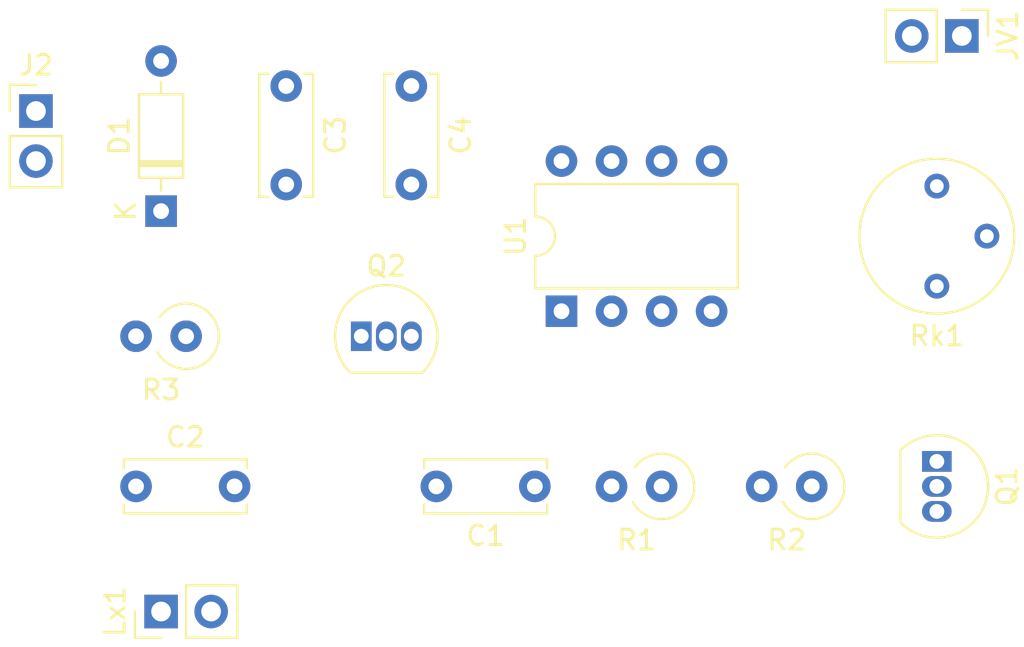
<source format=kicad_pcb>
(kicad_pcb (version 20171130) (host pcbnew 5.1.6-c6e7f7d~86~ubuntu16.04.1)

  (general
    (thickness 1.6)
    (drawings 0)
    (tracks 0)
    (zones 0)
    (modules 15)
    (nets 13)
  )

  (page A4)
  (layers
    (0 F.Cu signal)
    (31 B.Cu signal)
    (32 B.Adhes user)
    (33 F.Adhes user)
    (34 B.Paste user)
    (35 F.Paste user)
    (36 B.SilkS user)
    (37 F.SilkS user)
    (38 B.Mask user)
    (39 F.Mask user)
    (40 Dwgs.User user)
    (41 Cmts.User user)
    (42 Eco1.User user)
    (43 Eco2.User user)
    (44 Edge.Cuts user)
    (45 Margin user)
    (46 B.CrtYd user)
    (47 F.CrtYd user)
    (48 B.Fab user)
    (49 F.Fab user)
  )

  (setup
    (last_trace_width 0.25)
    (trace_clearance 0.2)
    (zone_clearance 0.508)
    (zone_45_only no)
    (trace_min 0.2)
    (via_size 0.8)
    (via_drill 0.4)
    (via_min_size 0.4)
    (via_min_drill 0.3)
    (uvia_size 0.3)
    (uvia_drill 0.1)
    (uvias_allowed no)
    (uvia_min_size 0.2)
    (uvia_min_drill 0.1)
    (edge_width 0.05)
    (segment_width 0.2)
    (pcb_text_width 0.3)
    (pcb_text_size 1.5 1.5)
    (mod_edge_width 0.12)
    (mod_text_size 1 1)
    (mod_text_width 0.15)
    (pad_size 1.524 1.524)
    (pad_drill 0.762)
    (pad_to_mask_clearance 0.05)
    (aux_axis_origin 0 0)
    (visible_elements FFFFFF7F)
    (pcbplotparams
      (layerselection 0x010fc_ffffffff)
      (usegerberextensions false)
      (usegerberattributes true)
      (usegerberadvancedattributes true)
      (creategerberjobfile true)
      (excludeedgelayer true)
      (linewidth 0.100000)
      (plotframeref false)
      (viasonmask false)
      (mode 1)
      (useauxorigin false)
      (hpglpennumber 1)
      (hpglpenspeed 20)
      (hpglpendiameter 15.000000)
      (psnegative false)
      (psa4output false)
      (plotreference true)
      (plotvalue true)
      (plotinvisibletext false)
      (padsonsilk false)
      (subtractmaskfromsilk false)
      (outputformat 1)
      (mirror false)
      (drillshape 1)
      (scaleselection 1)
      (outputdirectory ""))
  )

  (net 0 "")
  (net 1 GND)
  (net 2 "Net-(C1-Pad1)")
  (net 3 "Net-(C2-Pad1)")
  (net 4 "Net-(C3-Pad2)")
  (net 5 "Net-(C3-Pad1)")
  (net 6 "Net-(C4-Pad1)")
  (net 7 "Net-(Q1-Pad1)")
  (net 8 "Net-(Q1-Pad2)")
  (net 9 "Net-(Q2-Pad2)")
  (net 10 "Net-(R1-Pad1)")
  (net 11 "Net-(U1-Pad7)")
  (net 12 "Net-(U1-Pad4)")

  (net_class Default "This is the default net class."
    (clearance 0.2)
    (trace_width 0.25)
    (via_dia 0.8)
    (via_drill 0.4)
    (uvia_dia 0.3)
    (uvia_drill 0.1)
    (add_net GND)
    (add_net "Net-(C1-Pad1)")
    (add_net "Net-(C2-Pad1)")
    (add_net "Net-(C3-Pad1)")
    (add_net "Net-(C3-Pad2)")
    (add_net "Net-(C4-Pad1)")
    (add_net "Net-(Q1-Pad1)")
    (add_net "Net-(Q1-Pad2)")
    (add_net "Net-(Q2-Pad2)")
    (add_net "Net-(R1-Pad1)")
    (add_net "Net-(U1-Pad4)")
    (add_net "Net-(U1-Pad7)")
  )

  (module Capacitor_THT:C_Disc_D6.0mm_W2.5mm_P5.00mm (layer F.Cu) (tedit 5AE50EF0) (tstamp 5ED271F0)
    (at 200.58 82.55 180)
    (descr "C, Disc series, Radial, pin pitch=5.00mm, , diameter*width=6*2.5mm^2, Capacitor, http://cdn-reichelt.de/documents/datenblatt/B300/DS_KERKO_TC.pdf")
    (tags "C Disc series Radial pin pitch 5.00mm  diameter 6mm width 2.5mm Capacitor")
    (path /5ED2F843)
    (fp_text reference C1 (at 2.5 -2.5) (layer F.SilkS)
      (effects (font (size 1 1) (thickness 0.15)))
    )
    (fp_text value 100n (at 2.5 2.5) (layer F.Fab)
      (effects (font (size 1 1) (thickness 0.15)))
    )
    (fp_text user %R (at 2.5 0) (layer F.Fab)
      (effects (font (size 1 1) (thickness 0.15)))
    )
    (fp_line (start -0.5 -1.25) (end -0.5 1.25) (layer F.Fab) (width 0.1))
    (fp_line (start -0.5 1.25) (end 5.5 1.25) (layer F.Fab) (width 0.1))
    (fp_line (start 5.5 1.25) (end 5.5 -1.25) (layer F.Fab) (width 0.1))
    (fp_line (start 5.5 -1.25) (end -0.5 -1.25) (layer F.Fab) (width 0.1))
    (fp_line (start -0.62 -1.37) (end 5.62 -1.37) (layer F.SilkS) (width 0.12))
    (fp_line (start -0.62 1.37) (end 5.62 1.37) (layer F.SilkS) (width 0.12))
    (fp_line (start -0.62 -1.37) (end -0.62 -0.925) (layer F.SilkS) (width 0.12))
    (fp_line (start -0.62 0.925) (end -0.62 1.37) (layer F.SilkS) (width 0.12))
    (fp_line (start 5.62 -1.37) (end 5.62 -0.925) (layer F.SilkS) (width 0.12))
    (fp_line (start 5.62 0.925) (end 5.62 1.37) (layer F.SilkS) (width 0.12))
    (fp_line (start -1.05 -1.5) (end -1.05 1.5) (layer F.CrtYd) (width 0.05))
    (fp_line (start -1.05 1.5) (end 6.05 1.5) (layer F.CrtYd) (width 0.05))
    (fp_line (start 6.05 1.5) (end 6.05 -1.5) (layer F.CrtYd) (width 0.05))
    (fp_line (start 6.05 -1.5) (end -1.05 -1.5) (layer F.CrtYd) (width 0.05))
    (pad 2 thru_hole circle (at 5 0 180) (size 1.6 1.6) (drill 0.8) (layers *.Cu *.Mask)
      (net 1 GND))
    (pad 1 thru_hole circle (at 0 0 180) (size 1.6 1.6) (drill 0.8) (layers *.Cu *.Mask)
      (net 2 "Net-(C1-Pad1)"))
    (model ${KISYS3DMOD}/Capacitor_THT.3dshapes/C_Disc_D6.0mm_W2.5mm_P5.00mm.wrl
      (at (xyz 0 0 0))
      (scale (xyz 1 1 1))
      (rotate (xyz 0 0 0))
    )
  )

  (module Capacitor_THT:C_Disc_D6.0mm_W2.5mm_P5.00mm (layer F.Cu) (tedit 5AE50EF0) (tstamp 5ED27B12)
    (at 180.34 82.55)
    (descr "C, Disc series, Radial, pin pitch=5.00mm, , diameter*width=6*2.5mm^2, Capacitor, http://cdn-reichelt.de/documents/datenblatt/B300/DS_KERKO_TC.pdf")
    (tags "C Disc series Radial pin pitch 5.00mm  diameter 6mm width 2.5mm Capacitor")
    (path /5ED250DE)
    (fp_text reference C2 (at 2.5 -2.5) (layer F.SilkS)
      (effects (font (size 1 1) (thickness 0.15)))
    )
    (fp_text value 10n (at 2.5 2.5) (layer F.Fab)
      (effects (font (size 1 1) (thickness 0.15)))
    )
    (fp_line (start 6.05 -1.5) (end -1.05 -1.5) (layer F.CrtYd) (width 0.05))
    (fp_line (start 6.05 1.5) (end 6.05 -1.5) (layer F.CrtYd) (width 0.05))
    (fp_line (start -1.05 1.5) (end 6.05 1.5) (layer F.CrtYd) (width 0.05))
    (fp_line (start -1.05 -1.5) (end -1.05 1.5) (layer F.CrtYd) (width 0.05))
    (fp_line (start 5.62 0.925) (end 5.62 1.37) (layer F.SilkS) (width 0.12))
    (fp_line (start 5.62 -1.37) (end 5.62 -0.925) (layer F.SilkS) (width 0.12))
    (fp_line (start -0.62 0.925) (end -0.62 1.37) (layer F.SilkS) (width 0.12))
    (fp_line (start -0.62 -1.37) (end -0.62 -0.925) (layer F.SilkS) (width 0.12))
    (fp_line (start -0.62 1.37) (end 5.62 1.37) (layer F.SilkS) (width 0.12))
    (fp_line (start -0.62 -1.37) (end 5.62 -1.37) (layer F.SilkS) (width 0.12))
    (fp_line (start 5.5 -1.25) (end -0.5 -1.25) (layer F.Fab) (width 0.1))
    (fp_line (start 5.5 1.25) (end 5.5 -1.25) (layer F.Fab) (width 0.1))
    (fp_line (start -0.5 1.25) (end 5.5 1.25) (layer F.Fab) (width 0.1))
    (fp_line (start -0.5 -1.25) (end -0.5 1.25) (layer F.Fab) (width 0.1))
    (fp_text user %R (at 2.5 0) (layer F.Fab)
      (effects (font (size 1 1) (thickness 0.15)))
    )
    (pad 1 thru_hole circle (at 0 0) (size 1.6 1.6) (drill 0.8) (layers *.Cu *.Mask)
      (net 3 "Net-(C2-Pad1)"))
    (pad 2 thru_hole circle (at 5 0) (size 1.6 1.6) (drill 0.8) (layers *.Cu *.Mask)
      (net 1 GND))
    (model ${KISYS3DMOD}/Capacitor_THT.3dshapes/C_Disc_D6.0mm_W2.5mm_P5.00mm.wrl
      (at (xyz 0 0 0))
      (scale (xyz 1 1 1))
      (rotate (xyz 0 0 0))
    )
  )

  (module Capacitor_THT:C_Disc_D6.0mm_W2.5mm_P5.00mm (layer F.Cu) (tedit 5AE50EF0) (tstamp 5ED26CC3)
    (at 187.96 62.23 270)
    (descr "C, Disc series, Radial, pin pitch=5.00mm, , diameter*width=6*2.5mm^2, Capacitor, http://cdn-reichelt.de/documents/datenblatt/B300/DS_KERKO_TC.pdf")
    (tags "C Disc series Radial pin pitch 5.00mm  diameter 6mm width 2.5mm Capacitor")
    (path /5ED25019)
    (fp_text reference C3 (at 2.5 -2.5 90) (layer F.SilkS)
      (effects (font (size 1 1) (thickness 0.15)))
    )
    (fp_text value 10u (at 2.5 2.5 90) (layer F.Fab)
      (effects (font (size 1 1) (thickness 0.15)))
    )
    (fp_text user %R (at 2.5 0 90) (layer F.Fab)
      (effects (font (size 1 1) (thickness 0.15)))
    )
    (fp_line (start -0.5 -1.25) (end -0.5 1.25) (layer F.Fab) (width 0.1))
    (fp_line (start -0.5 1.25) (end 5.5 1.25) (layer F.Fab) (width 0.1))
    (fp_line (start 5.5 1.25) (end 5.5 -1.25) (layer F.Fab) (width 0.1))
    (fp_line (start 5.5 -1.25) (end -0.5 -1.25) (layer F.Fab) (width 0.1))
    (fp_line (start -0.62 -1.37) (end 5.62 -1.37) (layer F.SilkS) (width 0.12))
    (fp_line (start -0.62 1.37) (end 5.62 1.37) (layer F.SilkS) (width 0.12))
    (fp_line (start -0.62 -1.37) (end -0.62 -0.925) (layer F.SilkS) (width 0.12))
    (fp_line (start -0.62 0.925) (end -0.62 1.37) (layer F.SilkS) (width 0.12))
    (fp_line (start 5.62 -1.37) (end 5.62 -0.925) (layer F.SilkS) (width 0.12))
    (fp_line (start 5.62 0.925) (end 5.62 1.37) (layer F.SilkS) (width 0.12))
    (fp_line (start -1.05 -1.5) (end -1.05 1.5) (layer F.CrtYd) (width 0.05))
    (fp_line (start -1.05 1.5) (end 6.05 1.5) (layer F.CrtYd) (width 0.05))
    (fp_line (start 6.05 1.5) (end 6.05 -1.5) (layer F.CrtYd) (width 0.05))
    (fp_line (start 6.05 -1.5) (end -1.05 -1.5) (layer F.CrtYd) (width 0.05))
    (pad 2 thru_hole circle (at 5 0 270) (size 1.6 1.6) (drill 0.8) (layers *.Cu *.Mask)
      (net 4 "Net-(C3-Pad2)"))
    (pad 1 thru_hole circle (at 0 0 270) (size 1.6 1.6) (drill 0.8) (layers *.Cu *.Mask)
      (net 5 "Net-(C3-Pad1)"))
    (model ${KISYS3DMOD}/Capacitor_THT.3dshapes/C_Disc_D6.0mm_W2.5mm_P5.00mm.wrl
      (at (xyz 0 0 0))
      (scale (xyz 1 1 1))
      (rotate (xyz 0 0 0))
    )
  )

  (module Capacitor_THT:C_Disc_D6.0mm_W2.5mm_P5.00mm (layer F.Cu) (tedit 5AE50EF0) (tstamp 5ED2641B)
    (at 194.31 62.23 270)
    (descr "C, Disc series, Radial, pin pitch=5.00mm, , diameter*width=6*2.5mm^2, Capacitor, http://cdn-reichelt.de/documents/datenblatt/B300/DS_KERKO_TC.pdf")
    (tags "C Disc series Radial pin pitch 5.00mm  diameter 6mm width 2.5mm Capacitor")
    (path /5ED24BB5)
    (fp_text reference C4 (at 2.5 -2.5 90) (layer F.SilkS)
      (effects (font (size 1 1) (thickness 0.15)))
    )
    (fp_text value 10n (at 2.5 2.5 90) (layer F.Fab)
      (effects (font (size 1 1) (thickness 0.15)))
    )
    (fp_line (start 6.05 -1.5) (end -1.05 -1.5) (layer F.CrtYd) (width 0.05))
    (fp_line (start 6.05 1.5) (end 6.05 -1.5) (layer F.CrtYd) (width 0.05))
    (fp_line (start -1.05 1.5) (end 6.05 1.5) (layer F.CrtYd) (width 0.05))
    (fp_line (start -1.05 -1.5) (end -1.05 1.5) (layer F.CrtYd) (width 0.05))
    (fp_line (start 5.62 0.925) (end 5.62 1.37) (layer F.SilkS) (width 0.12))
    (fp_line (start 5.62 -1.37) (end 5.62 -0.925) (layer F.SilkS) (width 0.12))
    (fp_line (start -0.62 0.925) (end -0.62 1.37) (layer F.SilkS) (width 0.12))
    (fp_line (start -0.62 -1.37) (end -0.62 -0.925) (layer F.SilkS) (width 0.12))
    (fp_line (start -0.62 1.37) (end 5.62 1.37) (layer F.SilkS) (width 0.12))
    (fp_line (start -0.62 -1.37) (end 5.62 -1.37) (layer F.SilkS) (width 0.12))
    (fp_line (start 5.5 -1.25) (end -0.5 -1.25) (layer F.Fab) (width 0.1))
    (fp_line (start 5.5 1.25) (end 5.5 -1.25) (layer F.Fab) (width 0.1))
    (fp_line (start -0.5 1.25) (end 5.5 1.25) (layer F.Fab) (width 0.1))
    (fp_line (start -0.5 -1.25) (end -0.5 1.25) (layer F.Fab) (width 0.1))
    (fp_text user %R (at 2.5 0 90) (layer F.Fab)
      (effects (font (size 1 1) (thickness 0.15)))
    )
    (pad 1 thru_hole circle (at 0 0 270) (size 1.6 1.6) (drill 0.8) (layers *.Cu *.Mask)
      (net 6 "Net-(C4-Pad1)"))
    (pad 2 thru_hole circle (at 5 0 270) (size 1.6 1.6) (drill 0.8) (layers *.Cu *.Mask)
      (net 1 GND))
    (model ${KISYS3DMOD}/Capacitor_THT.3dshapes/C_Disc_D6.0mm_W2.5mm_P5.00mm.wrl
      (at (xyz 0 0 0))
      (scale (xyz 1 1 1))
      (rotate (xyz 0 0 0))
    )
  )

  (module Diode_THT:D_DO-35_SOD27_P7.62mm_Horizontal (layer F.Cu) (tedit 5AE50CD5) (tstamp 5ED2643A)
    (at 181.61 68.58 90)
    (descr "Diode, DO-35_SOD27 series, Axial, Horizontal, pin pitch=7.62mm, , length*diameter=4*2mm^2, , http://www.diodes.com/_files/packages/DO-35.pdf")
    (tags "Diode DO-35_SOD27 series Axial Horizontal pin pitch 7.62mm  length 4mm diameter 2mm")
    (path /5ED26176)
    (fp_text reference D1 (at 3.81 -2.12 90) (layer F.SilkS)
      (effects (font (size 1 1) (thickness 0.15)))
    )
    (fp_text value 1N4148 (at 3.81 2.12 90) (layer F.Fab)
      (effects (font (size 1 1) (thickness 0.15)))
    )
    (fp_line (start 8.67 -1.25) (end -1.05 -1.25) (layer F.CrtYd) (width 0.05))
    (fp_line (start 8.67 1.25) (end 8.67 -1.25) (layer F.CrtYd) (width 0.05))
    (fp_line (start -1.05 1.25) (end 8.67 1.25) (layer F.CrtYd) (width 0.05))
    (fp_line (start -1.05 -1.25) (end -1.05 1.25) (layer F.CrtYd) (width 0.05))
    (fp_line (start 2.29 -1.12) (end 2.29 1.12) (layer F.SilkS) (width 0.12))
    (fp_line (start 2.53 -1.12) (end 2.53 1.12) (layer F.SilkS) (width 0.12))
    (fp_line (start 2.41 -1.12) (end 2.41 1.12) (layer F.SilkS) (width 0.12))
    (fp_line (start 6.58 0) (end 5.93 0) (layer F.SilkS) (width 0.12))
    (fp_line (start 1.04 0) (end 1.69 0) (layer F.SilkS) (width 0.12))
    (fp_line (start 5.93 -1.12) (end 1.69 -1.12) (layer F.SilkS) (width 0.12))
    (fp_line (start 5.93 1.12) (end 5.93 -1.12) (layer F.SilkS) (width 0.12))
    (fp_line (start 1.69 1.12) (end 5.93 1.12) (layer F.SilkS) (width 0.12))
    (fp_line (start 1.69 -1.12) (end 1.69 1.12) (layer F.SilkS) (width 0.12))
    (fp_line (start 2.31 -1) (end 2.31 1) (layer F.Fab) (width 0.1))
    (fp_line (start 2.51 -1) (end 2.51 1) (layer F.Fab) (width 0.1))
    (fp_line (start 2.41 -1) (end 2.41 1) (layer F.Fab) (width 0.1))
    (fp_line (start 7.62 0) (end 5.81 0) (layer F.Fab) (width 0.1))
    (fp_line (start 0 0) (end 1.81 0) (layer F.Fab) (width 0.1))
    (fp_line (start 5.81 -1) (end 1.81 -1) (layer F.Fab) (width 0.1))
    (fp_line (start 5.81 1) (end 5.81 -1) (layer F.Fab) (width 0.1))
    (fp_line (start 1.81 1) (end 5.81 1) (layer F.Fab) (width 0.1))
    (fp_line (start 1.81 -1) (end 1.81 1) (layer F.Fab) (width 0.1))
    (fp_text user %R (at 4.11 0 90) (layer F.Fab)
      (effects (font (size 0.8 0.8) (thickness 0.12)))
    )
    (fp_text user K (at 0 -1.8 90) (layer F.Fab)
      (effects (font (size 1 1) (thickness 0.15)))
    )
    (fp_text user K (at 0 -1.8 90) (layer F.SilkS)
      (effects (font (size 1 1) (thickness 0.15)))
    )
    (pad 1 thru_hole rect (at 0 0 90) (size 1.6 1.6) (drill 0.8) (layers *.Cu *.Mask)
      (net 4 "Net-(C3-Pad2)"))
    (pad 2 thru_hole oval (at 7.62 0 90) (size 1.6 1.6) (drill 0.8) (layers *.Cu *.Mask)
      (net 5 "Net-(C3-Pad1)"))
    (model ${KISYS3DMOD}/Diode_THT.3dshapes/D_DO-35_SOD27_P7.62mm_Horizontal.wrl
      (at (xyz 0 0 0))
      (scale (xyz 1 1 1))
      (rotate (xyz 0 0 0))
    )
  )

  (module Connector_PinHeader_2.54mm:PinHeader_1x02_P2.54mm_Vertical (layer F.Cu) (tedit 59FED5CC) (tstamp 5ED27DEA)
    (at 175.26 63.5)
    (descr "Through hole straight pin header, 1x02, 2.54mm pitch, single row")
    (tags "Through hole pin header THT 1x02 2.54mm single row")
    (path /5ED26D53)
    (fp_text reference J2 (at 0 -2.33) (layer F.SilkS)
      (effects (font (size 1 1) (thickness 0.15)))
    )
    (fp_text value Amp (at 0 4.87) (layer F.Fab)
      (effects (font (size 1 1) (thickness 0.15)))
    )
    (fp_line (start 1.8 -1.8) (end -1.8 -1.8) (layer F.CrtYd) (width 0.05))
    (fp_line (start 1.8 4.35) (end 1.8 -1.8) (layer F.CrtYd) (width 0.05))
    (fp_line (start -1.8 4.35) (end 1.8 4.35) (layer F.CrtYd) (width 0.05))
    (fp_line (start -1.8 -1.8) (end -1.8 4.35) (layer F.CrtYd) (width 0.05))
    (fp_line (start -1.33 -1.33) (end 0 -1.33) (layer F.SilkS) (width 0.12))
    (fp_line (start -1.33 0) (end -1.33 -1.33) (layer F.SilkS) (width 0.12))
    (fp_line (start -1.33 1.27) (end 1.33 1.27) (layer F.SilkS) (width 0.12))
    (fp_line (start 1.33 1.27) (end 1.33 3.87) (layer F.SilkS) (width 0.12))
    (fp_line (start -1.33 1.27) (end -1.33 3.87) (layer F.SilkS) (width 0.12))
    (fp_line (start -1.33 3.87) (end 1.33 3.87) (layer F.SilkS) (width 0.12))
    (fp_line (start -1.27 -0.635) (end -0.635 -1.27) (layer F.Fab) (width 0.1))
    (fp_line (start -1.27 3.81) (end -1.27 -0.635) (layer F.Fab) (width 0.1))
    (fp_line (start 1.27 3.81) (end -1.27 3.81) (layer F.Fab) (width 0.1))
    (fp_line (start 1.27 -1.27) (end 1.27 3.81) (layer F.Fab) (width 0.1))
    (fp_line (start -0.635 -1.27) (end 1.27 -1.27) (layer F.Fab) (width 0.1))
    (fp_text user %R (at 0 1.27 90) (layer F.Fab)
      (effects (font (size 1 1) (thickness 0.15)))
    )
    (pad 1 thru_hole rect (at 0 0) (size 1.7 1.7) (drill 1) (layers *.Cu *.Mask)
      (net 5 "Net-(C3-Pad1)"))
    (pad 2 thru_hole oval (at 0 2.54) (size 1.7 1.7) (drill 1) (layers *.Cu *.Mask)
      (net 4 "Net-(C3-Pad2)"))
    (model ${KISYS3DMOD}/Connector_PinHeader_2.54mm.3dshapes/PinHeader_1x02_P2.54mm_Vertical.wrl
      (at (xyz 0 0 0))
      (scale (xyz 1 1 1))
      (rotate (xyz 0 0 0))
    )
  )

  (module Connector_PinHeader_2.54mm:PinHeader_1x02_P2.54mm_Vertical (layer F.Cu) (tedit 59FED5CC) (tstamp 5ED27519)
    (at 222.25 59.69 270)
    (descr "Through hole straight pin header, 1x02, 2.54mm pitch, single row")
    (tags "Through hole pin header THT 1x02 2.54mm single row")
    (path /5ED26F19)
    (fp_text reference JV1 (at 0 -2.33 90) (layer F.SilkS)
      (effects (font (size 1 1) (thickness 0.15)))
    )
    (fp_text value Vcc (at 0 4.87 90) (layer F.Fab)
      (effects (font (size 1 1) (thickness 0.15)))
    )
    (fp_line (start 1.8 -1.8) (end -1.8 -1.8) (layer F.CrtYd) (width 0.05))
    (fp_line (start 1.8 4.35) (end 1.8 -1.8) (layer F.CrtYd) (width 0.05))
    (fp_line (start -1.8 4.35) (end 1.8 4.35) (layer F.CrtYd) (width 0.05))
    (fp_line (start -1.8 -1.8) (end -1.8 4.35) (layer F.CrtYd) (width 0.05))
    (fp_line (start -1.33 -1.33) (end 0 -1.33) (layer F.SilkS) (width 0.12))
    (fp_line (start -1.33 0) (end -1.33 -1.33) (layer F.SilkS) (width 0.12))
    (fp_line (start -1.33 1.27) (end 1.33 1.27) (layer F.SilkS) (width 0.12))
    (fp_line (start 1.33 1.27) (end 1.33 3.87) (layer F.SilkS) (width 0.12))
    (fp_line (start -1.33 1.27) (end -1.33 3.87) (layer F.SilkS) (width 0.12))
    (fp_line (start -1.33 3.87) (end 1.33 3.87) (layer F.SilkS) (width 0.12))
    (fp_line (start -1.27 -0.635) (end -0.635 -1.27) (layer F.Fab) (width 0.1))
    (fp_line (start -1.27 3.81) (end -1.27 -0.635) (layer F.Fab) (width 0.1))
    (fp_line (start 1.27 3.81) (end -1.27 3.81) (layer F.Fab) (width 0.1))
    (fp_line (start 1.27 -1.27) (end 1.27 3.81) (layer F.Fab) (width 0.1))
    (fp_line (start -0.635 -1.27) (end 1.27 -1.27) (layer F.Fab) (width 0.1))
    (fp_text user %R (at 0 1.27) (layer F.Fab)
      (effects (font (size 1 1) (thickness 0.15)))
    )
    (pad 1 thru_hole rect (at 0 0 270) (size 1.7 1.7) (drill 1) (layers *.Cu *.Mask)
      (net 5 "Net-(C3-Pad1)"))
    (pad 2 thru_hole oval (at 0 2.54 270) (size 1.7 1.7) (drill 1) (layers *.Cu *.Mask)
      (net 1 GND))
    (model ${KISYS3DMOD}/Connector_PinHeader_2.54mm.3dshapes/PinHeader_1x02_P2.54mm_Vertical.wrl
      (at (xyz 0 0 0))
      (scale (xyz 1 1 1))
      (rotate (xyz 0 0 0))
    )
  )

  (module Connector_PinHeader_2.54mm:PinHeader_1x02_P2.54mm_Vertical (layer F.Cu) (tedit 59FED5CC) (tstamp 5ED27BA3)
    (at 181.61 88.9 90)
    (descr "Through hole straight pin header, 1x02, 2.54mm pitch, single row")
    (tags "Through hole pin header THT 1x02 2.54mm single row")
    (path /5ED438B8)
    (fp_text reference Lx1 (at 0 -2.33 90) (layer F.SilkS)
      (effects (font (size 1 1) (thickness 0.15)))
    )
    (fp_text value L (at 0 4.87 90) (layer F.Fab)
      (effects (font (size 1 1) (thickness 0.15)))
    )
    (fp_text user %R (at 0 1.27) (layer F.Fab)
      (effects (font (size 1 1) (thickness 0.15)))
    )
    (fp_line (start -0.635 -1.27) (end 1.27 -1.27) (layer F.Fab) (width 0.1))
    (fp_line (start 1.27 -1.27) (end 1.27 3.81) (layer F.Fab) (width 0.1))
    (fp_line (start 1.27 3.81) (end -1.27 3.81) (layer F.Fab) (width 0.1))
    (fp_line (start -1.27 3.81) (end -1.27 -0.635) (layer F.Fab) (width 0.1))
    (fp_line (start -1.27 -0.635) (end -0.635 -1.27) (layer F.Fab) (width 0.1))
    (fp_line (start -1.33 3.87) (end 1.33 3.87) (layer F.SilkS) (width 0.12))
    (fp_line (start -1.33 1.27) (end -1.33 3.87) (layer F.SilkS) (width 0.12))
    (fp_line (start 1.33 1.27) (end 1.33 3.87) (layer F.SilkS) (width 0.12))
    (fp_line (start -1.33 1.27) (end 1.33 1.27) (layer F.SilkS) (width 0.12))
    (fp_line (start -1.33 0) (end -1.33 -1.33) (layer F.SilkS) (width 0.12))
    (fp_line (start -1.33 -1.33) (end 0 -1.33) (layer F.SilkS) (width 0.12))
    (fp_line (start -1.8 -1.8) (end -1.8 4.35) (layer F.CrtYd) (width 0.05))
    (fp_line (start -1.8 4.35) (end 1.8 4.35) (layer F.CrtYd) (width 0.05))
    (fp_line (start 1.8 4.35) (end 1.8 -1.8) (layer F.CrtYd) (width 0.05))
    (fp_line (start 1.8 -1.8) (end -1.8 -1.8) (layer F.CrtYd) (width 0.05))
    (pad 2 thru_hole oval (at 0 2.54 90) (size 1.7 1.7) (drill 1) (layers *.Cu *.Mask)
      (net 1 GND))
    (pad 1 thru_hole rect (at 0 0 90) (size 1.7 1.7) (drill 1) (layers *.Cu *.Mask)
      (net 3 "Net-(C2-Pad1)"))
    (model ${KISYS3DMOD}/Connector_PinHeader_2.54mm.3dshapes/PinHeader_1x02_P2.54mm_Vertical.wrl
      (at (xyz 0 0 0))
      (scale (xyz 1 1 1))
      (rotate (xyz 0 0 0))
    )
  )

  (module Package_TO_SOT_THT:TO-92_Inline (layer F.Cu) (tedit 5A1DD157) (tstamp 5ED2648E)
    (at 220.98 81.28 270)
    (descr "TO-92 leads in-line, narrow, oval pads, drill 0.75mm (see NXP sot054_po.pdf)")
    (tags "to-92 sc-43 sc-43a sot54 PA33 transistor")
    (path /5ED25D9A)
    (fp_text reference Q1 (at 1.27 -3.56 90) (layer F.SilkS)
      (effects (font (size 1 1) (thickness 0.15)))
    )
    (fp_text value BC547 (at 1.27 2.79 90) (layer F.Fab)
      (effects (font (size 1 1) (thickness 0.15)))
    )
    (fp_arc (start 1.27 0) (end 1.27 -2.6) (angle 135) (layer F.SilkS) (width 0.12))
    (fp_arc (start 1.27 0) (end 1.27 -2.48) (angle -135) (layer F.Fab) (width 0.1))
    (fp_arc (start 1.27 0) (end 1.27 -2.6) (angle -135) (layer F.SilkS) (width 0.12))
    (fp_arc (start 1.27 0) (end 1.27 -2.48) (angle 135) (layer F.Fab) (width 0.1))
    (fp_text user %R (at 1.27 -3.56 90) (layer F.Fab)
      (effects (font (size 1 1) (thickness 0.15)))
    )
    (fp_line (start -0.53 1.85) (end 3.07 1.85) (layer F.SilkS) (width 0.12))
    (fp_line (start -0.5 1.75) (end 3 1.75) (layer F.Fab) (width 0.1))
    (fp_line (start -1.46 -2.73) (end 4 -2.73) (layer F.CrtYd) (width 0.05))
    (fp_line (start -1.46 -2.73) (end -1.46 2.01) (layer F.CrtYd) (width 0.05))
    (fp_line (start 4 2.01) (end 4 -2.73) (layer F.CrtYd) (width 0.05))
    (fp_line (start 4 2.01) (end -1.46 2.01) (layer F.CrtYd) (width 0.05))
    (pad 1 thru_hole rect (at 0 0 270) (size 1.05 1.5) (drill 0.75) (layers *.Cu *.Mask)
      (net 7 "Net-(Q1-Pad1)"))
    (pad 3 thru_hole oval (at 2.54 0 270) (size 1.05 1.5) (drill 0.75) (layers *.Cu *.Mask)
      (net 3 "Net-(C2-Pad1)"))
    (pad 2 thru_hole oval (at 1.27 0 270) (size 1.05 1.5) (drill 0.75) (layers *.Cu *.Mask)
      (net 8 "Net-(Q1-Pad2)"))
    (model ${KISYS3DMOD}/Package_TO_SOT_THT.3dshapes/TO-92_Inline.wrl
      (at (xyz 0 0 0))
      (scale (xyz 1 1 1))
      (rotate (xyz 0 0 0))
    )
  )

  (module Package_TO_SOT_THT:TO-92_Inline (layer F.Cu) (tedit 5A1DD157) (tstamp 5ED264A0)
    (at 191.77 74.93)
    (descr "TO-92 leads in-line, narrow, oval pads, drill 0.75mm (see NXP sot054_po.pdf)")
    (tags "to-92 sc-43 sc-43a sot54 PA33 transistor")
    (path /5ED254DC)
    (fp_text reference Q2 (at 1.27 -3.56) (layer F.SilkS)
      (effects (font (size 1 1) (thickness 0.15)))
    )
    (fp_text value BC547 (at 1.27 2.79) (layer F.Fab)
      (effects (font (size 1 1) (thickness 0.15)))
    )
    (fp_line (start 4 2.01) (end -1.46 2.01) (layer F.CrtYd) (width 0.05))
    (fp_line (start 4 2.01) (end 4 -2.73) (layer F.CrtYd) (width 0.05))
    (fp_line (start -1.46 -2.73) (end -1.46 2.01) (layer F.CrtYd) (width 0.05))
    (fp_line (start -1.46 -2.73) (end 4 -2.73) (layer F.CrtYd) (width 0.05))
    (fp_line (start -0.5 1.75) (end 3 1.75) (layer F.Fab) (width 0.1))
    (fp_line (start -0.53 1.85) (end 3.07 1.85) (layer F.SilkS) (width 0.12))
    (fp_text user %R (at 1.27 -3.56) (layer F.Fab)
      (effects (font (size 1 1) (thickness 0.15)))
    )
    (fp_arc (start 1.27 0) (end 1.27 -2.48) (angle 135) (layer F.Fab) (width 0.1))
    (fp_arc (start 1.27 0) (end 1.27 -2.6) (angle -135) (layer F.SilkS) (width 0.12))
    (fp_arc (start 1.27 0) (end 1.27 -2.48) (angle -135) (layer F.Fab) (width 0.1))
    (fp_arc (start 1.27 0) (end 1.27 -2.6) (angle 135) (layer F.SilkS) (width 0.12))
    (pad 2 thru_hole oval (at 1.27 0) (size 1.05 1.5) (drill 0.75) (layers *.Cu *.Mask)
      (net 9 "Net-(Q2-Pad2)"))
    (pad 3 thru_hole oval (at 2.54 0) (size 1.05 1.5) (drill 0.75) (layers *.Cu *.Mask)
      (net 1 GND))
    (pad 1 thru_hole rect (at 0 0) (size 1.05 1.5) (drill 0.75) (layers *.Cu *.Mask)
      (net 4 "Net-(C3-Pad2)"))
    (model ${KISYS3DMOD}/Package_TO_SOT_THT.3dshapes/TO-92_Inline.wrl
      (at (xyz 0 0 0))
      (scale (xyz 1 1 1))
      (rotate (xyz 0 0 0))
    )
  )

  (module Resistor_THT:R_Axial_DIN0309_L9.0mm_D3.2mm_P2.54mm_Vertical (layer F.Cu) (tedit 5AE5139B) (tstamp 5ED264AE)
    (at 207.01 82.55 180)
    (descr "Resistor, Axial_DIN0309 series, Axial, Vertical, pin pitch=2.54mm, 0.5W = 1/2W, length*diameter=9*3.2mm^2, http://cdn-reichelt.de/documents/datenblatt/B400/1_4W%23YAG.pdf")
    (tags "Resistor Axial_DIN0309 series Axial Vertical pin pitch 2.54mm 0.5W = 1/2W length 9mm diameter 3.2mm")
    (path /5ED2455F)
    (fp_text reference R1 (at 1.27 -2.72) (layer F.SilkS)
      (effects (font (size 1 1) (thickness 0.15)))
    )
    (fp_text value 1k (at 1.27 2.72) (layer F.Fab)
      (effects (font (size 1 1) (thickness 0.15)))
    )
    (fp_line (start 3.59 -1.85) (end -1.85 -1.85) (layer F.CrtYd) (width 0.05))
    (fp_line (start 3.59 1.85) (end 3.59 -1.85) (layer F.CrtYd) (width 0.05))
    (fp_line (start -1.85 1.85) (end 3.59 1.85) (layer F.CrtYd) (width 0.05))
    (fp_line (start -1.85 -1.85) (end -1.85 1.85) (layer F.CrtYd) (width 0.05))
    (fp_line (start 0 0) (end 2.54 0) (layer F.Fab) (width 0.1))
    (fp_circle (center 0 0) (end 1.6 0) (layer F.Fab) (width 0.1))
    (fp_arc (start 0 0) (end 1.453272 -0.8) (angle -295.326041) (layer F.SilkS) (width 0.12))
    (fp_text user %R (at 1.27 -2.72) (layer F.Fab)
      (effects (font (size 1 1) (thickness 0.15)))
    )
    (pad 1 thru_hole circle (at 0 0 180) (size 1.6 1.6) (drill 0.8) (layers *.Cu *.Mask)
      (net 10 "Net-(R1-Pad1)"))
    (pad 2 thru_hole oval (at 2.54 0 180) (size 1.6 1.6) (drill 0.8) (layers *.Cu *.Mask)
      (net 2 "Net-(C1-Pad1)"))
    (model ${KISYS3DMOD}/Resistor_THT.3dshapes/R_Axial_DIN0309_L9.0mm_D3.2mm_P2.54mm_Vertical.wrl
      (at (xyz 0 0 0))
      (scale (xyz 1 1 1))
      (rotate (xyz 0 0 0))
    )
  )

  (module Resistor_THT:R_Axial_DIN0309_L9.0mm_D3.2mm_P2.54mm_Vertical (layer F.Cu) (tedit 5AE5139B) (tstamp 5ED264BC)
    (at 214.63 82.55 180)
    (descr "Resistor, Axial_DIN0309 series, Axial, Vertical, pin pitch=2.54mm, 0.5W = 1/2W, length*diameter=9*3.2mm^2, http://cdn-reichelt.de/documents/datenblatt/B400/1_4W%23YAG.pdf")
    (tags "Resistor Axial_DIN0309 series Axial Vertical pin pitch 2.54mm 0.5W = 1/2W length 9mm diameter 3.2mm")
    (path /5ED2497D)
    (fp_text reference R2 (at 1.27 -2.72) (layer F.SilkS)
      (effects (font (size 1 1) (thickness 0.15)))
    )
    (fp_text value 4.7k (at 1.27 2.72) (layer F.Fab)
      (effects (font (size 1 1) (thickness 0.15)))
    )
    (fp_line (start 3.59 -1.85) (end -1.85 -1.85) (layer F.CrtYd) (width 0.05))
    (fp_line (start 3.59 1.85) (end 3.59 -1.85) (layer F.CrtYd) (width 0.05))
    (fp_line (start -1.85 1.85) (end 3.59 1.85) (layer F.CrtYd) (width 0.05))
    (fp_line (start -1.85 -1.85) (end -1.85 1.85) (layer F.CrtYd) (width 0.05))
    (fp_line (start 0 0) (end 2.54 0) (layer F.Fab) (width 0.1))
    (fp_circle (center 0 0) (end 1.6 0) (layer F.Fab) (width 0.1))
    (fp_arc (start 0 0) (end 1.453272 -0.8) (angle -295.326041) (layer F.SilkS) (width 0.12))
    (fp_text user %R (at 1.27 -2.72) (layer F.Fab)
      (effects (font (size 1 1) (thickness 0.15)))
    )
    (pad 1 thru_hole circle (at 0 0 180) (size 1.6 1.6) (drill 0.8) (layers *.Cu *.Mask)
      (net 8 "Net-(Q1-Pad2)"))
    (pad 2 thru_hole oval (at 2.54 0 180) (size 1.6 1.6) (drill 0.8) (layers *.Cu *.Mask)
      (net 10 "Net-(R1-Pad1)"))
    (model ${KISYS3DMOD}/Resistor_THT.3dshapes/R_Axial_DIN0309_L9.0mm_D3.2mm_P2.54mm_Vertical.wrl
      (at (xyz 0 0 0))
      (scale (xyz 1 1 1))
      (rotate (xyz 0 0 0))
    )
  )

  (module Resistor_THT:R_Axial_DIN0309_L9.0mm_D3.2mm_P2.54mm_Vertical (layer F.Cu) (tedit 5AE5139B) (tstamp 5ED264CA)
    (at 182.88 74.93 180)
    (descr "Resistor, Axial_DIN0309 series, Axial, Vertical, pin pitch=2.54mm, 0.5W = 1/2W, length*diameter=9*3.2mm^2, http://cdn-reichelt.de/documents/datenblatt/B400/1_4W%23YAG.pdf")
    (tags "Resistor Axial_DIN0309 series Axial Vertical pin pitch 2.54mm 0.5W = 1/2W length 9mm diameter 3.2mm")
    (path /5ED247B7)
    (fp_text reference R3 (at 1.27 -2.72) (layer F.SilkS)
      (effects (font (size 1 1) (thickness 0.15)))
    )
    (fp_text value 160k (at 1.27 2.72) (layer F.Fab)
      (effects (font (size 1 1) (thickness 0.15)))
    )
    (fp_text user %R (at 1.27 -2.72) (layer F.Fab)
      (effects (font (size 1 1) (thickness 0.15)))
    )
    (fp_arc (start 0 0) (end 1.453272 -0.8) (angle -295.326041) (layer F.SilkS) (width 0.12))
    (fp_circle (center 0 0) (end 1.6 0) (layer F.Fab) (width 0.1))
    (fp_line (start 0 0) (end 2.54 0) (layer F.Fab) (width 0.1))
    (fp_line (start -1.85 -1.85) (end -1.85 1.85) (layer F.CrtYd) (width 0.05))
    (fp_line (start -1.85 1.85) (end 3.59 1.85) (layer F.CrtYd) (width 0.05))
    (fp_line (start 3.59 1.85) (end 3.59 -1.85) (layer F.CrtYd) (width 0.05))
    (fp_line (start 3.59 -1.85) (end -1.85 -1.85) (layer F.CrtYd) (width 0.05))
    (pad 2 thru_hole oval (at 2.54 0 180) (size 1.6 1.6) (drill 0.8) (layers *.Cu *.Mask)
      (net 3 "Net-(C2-Pad1)"))
    (pad 1 thru_hole circle (at 0 0 180) (size 1.6 1.6) (drill 0.8) (layers *.Cu *.Mask)
      (net 9 "Net-(Q2-Pad2)"))
    (model ${KISYS3DMOD}/Resistor_THT.3dshapes/R_Axial_DIN0309_L9.0mm_D3.2mm_P2.54mm_Vertical.wrl
      (at (xyz 0 0 0))
      (scale (xyz 1 1 1))
      (rotate (xyz 0 0 0))
    )
  )

  (module Potentiometer_THT:Potentiometer_Bourns_3339P_Vertical (layer F.Cu) (tedit 5A3D4993) (tstamp 5ED264DB)
    (at 220.98 67.31 180)
    (descr "Potentiometer, vertical, Bourns 3339P, http://www.bourns.com/docs/Product-Datasheets/3339.pdf")
    (tags "Potentiometer vertical Bourns 3339P")
    (path /5ED276F4)
    (fp_text reference Rk1 (at 0 -7.6) (layer F.SilkS)
      (effects (font (size 1 1) (thickness 0.15)))
    )
    (fp_text value R_POT (at 0 2.52) (layer F.Fab)
      (effects (font (size 1 1) (thickness 0.15)))
    )
    (fp_line (start 4.1 -6.6) (end -4.1 -6.6) (layer F.CrtYd) (width 0.05))
    (fp_line (start 4.1 1.55) (end 4.1 -6.6) (layer F.CrtYd) (width 0.05))
    (fp_line (start -4.1 1.55) (end 4.1 1.55) (layer F.CrtYd) (width 0.05))
    (fp_line (start -4.1 -6.6) (end -4.1 1.55) (layer F.CrtYd) (width 0.05))
    (fp_line (start 0 -0.064) (end 0.001 -5.014) (layer F.Fab) (width 0.1))
    (fp_line (start 0 -0.064) (end 0.001 -5.014) (layer F.Fab) (width 0.1))
    (fp_circle (center 0 -2.54) (end 3.93 -2.54) (layer F.SilkS) (width 0.12))
    (fp_circle (center 0 -2.54) (end 2.5 -2.54) (layer F.Fab) (width 0.1))
    (fp_circle (center 0 -2.54) (end 3.81 -2.54) (layer F.Fab) (width 0.1))
    (fp_text user %R (at -3.018 -2.54 90) (layer F.Fab)
      (effects (font (size 0.66 0.66) (thickness 0.15)))
    )
    (pad 3 thru_hole circle (at 0 -5.08 180) (size 1.26 1.26) (drill 0.7) (layers *.Cu *.Mask)
      (net 7 "Net-(Q1-Pad1)"))
    (pad 2 thru_hole circle (at -2.54 -2.54 180) (size 1.26 1.26) (drill 0.7) (layers *.Cu *.Mask)
      (net 5 "Net-(C3-Pad1)"))
    (pad 1 thru_hole circle (at 0 0 180) (size 1.26 1.26) (drill 0.7) (layers *.Cu *.Mask)
      (net 5 "Net-(C3-Pad1)"))
    (model ${KISYS3DMOD}/Potentiometer_THT.3dshapes/Potentiometer_Bourns_3339P_Vertical.wrl
      (at (xyz 0 0 0))
      (scale (xyz 1 1 1))
      (rotate (xyz 0 0 0))
    )
  )

  (module Package_DIP:DIP-8_W7.62mm (layer F.Cu) (tedit 5A02E8C5) (tstamp 5ED269FF)
    (at 201.93 73.66 90)
    (descr "8-lead though-hole mounted DIP package, row spacing 7.62 mm (300 mils)")
    (tags "THT DIP DIL PDIP 2.54mm 7.62mm 300mil")
    (path /5ED22E63)
    (fp_text reference U1 (at 3.81 -2.33 90) (layer F.SilkS)
      (effects (font (size 1 1) (thickness 0.15)))
    )
    (fp_text value LM555xN (at 3.81 9.95 90) (layer F.Fab)
      (effects (font (size 1 1) (thickness 0.15)))
    )
    (fp_line (start 8.7 -1.55) (end -1.1 -1.55) (layer F.CrtYd) (width 0.05))
    (fp_line (start 8.7 9.15) (end 8.7 -1.55) (layer F.CrtYd) (width 0.05))
    (fp_line (start -1.1 9.15) (end 8.7 9.15) (layer F.CrtYd) (width 0.05))
    (fp_line (start -1.1 -1.55) (end -1.1 9.15) (layer F.CrtYd) (width 0.05))
    (fp_line (start 6.46 -1.33) (end 4.81 -1.33) (layer F.SilkS) (width 0.12))
    (fp_line (start 6.46 8.95) (end 6.46 -1.33) (layer F.SilkS) (width 0.12))
    (fp_line (start 1.16 8.95) (end 6.46 8.95) (layer F.SilkS) (width 0.12))
    (fp_line (start 1.16 -1.33) (end 1.16 8.95) (layer F.SilkS) (width 0.12))
    (fp_line (start 2.81 -1.33) (end 1.16 -1.33) (layer F.SilkS) (width 0.12))
    (fp_line (start 0.635 -0.27) (end 1.635 -1.27) (layer F.Fab) (width 0.1))
    (fp_line (start 0.635 8.89) (end 0.635 -0.27) (layer F.Fab) (width 0.1))
    (fp_line (start 6.985 8.89) (end 0.635 8.89) (layer F.Fab) (width 0.1))
    (fp_line (start 6.985 -1.27) (end 6.985 8.89) (layer F.Fab) (width 0.1))
    (fp_line (start 1.635 -1.27) (end 6.985 -1.27) (layer F.Fab) (width 0.1))
    (fp_arc (start 3.81 -1.33) (end 2.81 -1.33) (angle -180) (layer F.SilkS) (width 0.12))
    (fp_text user %R (at 3.81 3.81 90) (layer F.Fab)
      (effects (font (size 1 1) (thickness 0.15)))
    )
    (pad 1 thru_hole rect (at 0 0 90) (size 1.6 1.6) (drill 0.8) (layers *.Cu *.Mask)
      (net 1 GND))
    (pad 5 thru_hole oval (at 7.62 7.62 90) (size 1.6 1.6) (drill 0.8) (layers *.Cu *.Mask)
      (net 6 "Net-(C4-Pad1)"))
    (pad 2 thru_hole oval (at 0 2.54 90) (size 1.6 1.6) (drill 0.8) (layers *.Cu *.Mask)
      (net 2 "Net-(C1-Pad1)"))
    (pad 6 thru_hole oval (at 7.62 5.08 90) (size 1.6 1.6) (drill 0.8) (layers *.Cu *.Mask)
      (net 2 "Net-(C1-Pad1)"))
    (pad 3 thru_hole oval (at 0 5.08 90) (size 1.6 1.6) (drill 0.8) (layers *.Cu *.Mask)
      (net 10 "Net-(R1-Pad1)"))
    (pad 7 thru_hole oval (at 7.62 2.54 90) (size 1.6 1.6) (drill 0.8) (layers *.Cu *.Mask)
      (net 11 "Net-(U1-Pad7)"))
    (pad 4 thru_hole oval (at 0 7.62 90) (size 1.6 1.6) (drill 0.8) (layers *.Cu *.Mask)
      (net 12 "Net-(U1-Pad4)"))
    (pad 8 thru_hole oval (at 7.62 0 90) (size 1.6 1.6) (drill 0.8) (layers *.Cu *.Mask)
      (net 5 "Net-(C3-Pad1)"))
    (model ${KISYS3DMOD}/Package_DIP.3dshapes/DIP-8_W7.62mm.wrl
      (at (xyz 0 0 0))
      (scale (xyz 1 1 1))
      (rotate (xyz 0 0 0))
    )
  )

)

</source>
